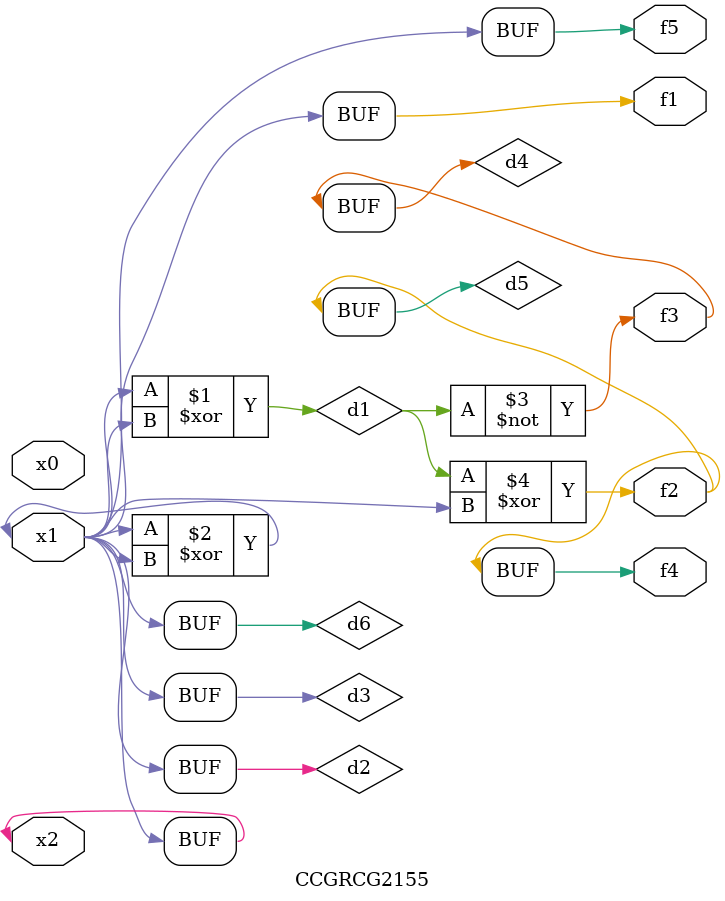
<source format=v>
module CCGRCG2155(
	input x0, x1, x2,
	output f1, f2, f3, f4, f5
);

	wire d1, d2, d3, d4, d5, d6;

	xor (d1, x1, x2);
	buf (d2, x1, x2);
	xor (d3, x1, x2);
	nor (d4, d1);
	xor (d5, d1, d2);
	buf (d6, d2, d3);
	assign f1 = d6;
	assign f2 = d5;
	assign f3 = d4;
	assign f4 = d5;
	assign f5 = d6;
endmodule

</source>
